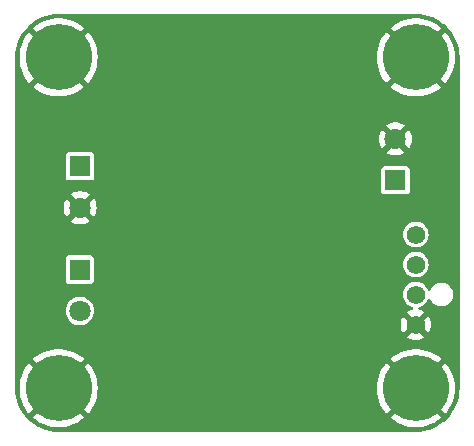
<source format=gbr>
%TF.GenerationSoftware,KiCad,Pcbnew,8.0.3*%
%TF.CreationDate,2024-09-01T12:25:55-04:00*%
%TF.ProjectId,Cradle_Rocker_Board_RV01,43726164-6c65-45f5-926f-636b65725f42,rev?*%
%TF.SameCoordinates,Original*%
%TF.FileFunction,Copper,L2,Bot*%
%TF.FilePolarity,Positive*%
%FSLAX46Y46*%
G04 Gerber Fmt 4.6, Leading zero omitted, Abs format (unit mm)*
G04 Created by KiCad (PCBNEW 8.0.3) date 2024-09-01 12:25:55*
%MOMM*%
%LPD*%
G01*
G04 APERTURE LIST*
%TA.AperFunction,ComponentPad*%
%ADD10C,5.600000*%
%TD*%
%TA.AperFunction,ComponentPad*%
%ADD11C,1.574800*%
%TD*%
%TA.AperFunction,ComponentPad*%
%ADD12R,1.800000X1.800000*%
%TD*%
%TA.AperFunction,ComponentPad*%
%ADD13C,1.800000*%
%TD*%
%TA.AperFunction,ViaPad*%
%ADD14C,0.600000*%
%TD*%
G04 APERTURE END LIST*
D10*
%TO.P,H1,1,1*%
%TO.N,GND*%
X196000000Y-66000000D03*
%TD*%
D11*
%TO.P,J3,1,Pin_1*%
%TO.N,unconnected-(J3-Pin_1-Pad1)*%
X226247150Y-81000000D03*
%TO.P,J3,2,Pin_2*%
%TO.N,unconnected-(J3-Pin_2-Pad2)*%
X226247150Y-83540000D03*
%TO.P,J3,3,Pin_3*%
%TO.N,/GPIO*%
X226247150Y-86080000D03*
%TO.P,J3,4,Pin_4*%
%TO.N,GND*%
X226247150Y-88620000D03*
%TD*%
D12*
%TO.P,J2,1,Pin_1*%
%TO.N,/coil+*%
X197800000Y-83960117D03*
D13*
%TO.P,J2,2,Pin_2*%
%TO.N,/coil-*%
X197800000Y-87460117D03*
%TD*%
D12*
%TO.P,J1,1,Pin_1*%
%TO.N,VBUS*%
X197825000Y-75215000D03*
D13*
%TO.P,J1,2,Pin_2*%
%TO.N,GND*%
X197825000Y-78715000D03*
%TD*%
D10*
%TO.P,H3,1,1*%
%TO.N,GND*%
X196000000Y-94000000D03*
%TD*%
D12*
%TO.P,J4,1,Pin_1*%
%TO.N,VUSB*%
X224522150Y-76402600D03*
D13*
%TO.P,J4,2,Pin_2*%
%TO.N,GND*%
X224522150Y-72902600D03*
%TD*%
D10*
%TO.P,H2,1,1*%
%TO.N,GND*%
X226247150Y-66000000D03*
%TD*%
%TO.P,H4,1,1*%
%TO.N,GND*%
X226247150Y-94000000D03*
%TD*%
D14*
%TO.N,GND*%
X211530000Y-88580000D03*
X217700000Y-82700000D03*
X212030000Y-86480000D03*
X211530000Y-87170000D03*
X218250000Y-75700000D03*
X212030000Y-89280000D03*
X212030000Y-87880000D03*
%TD*%
%TA.AperFunction,Conductor*%
%TO.N,GND*%
G36*
X226253032Y-62300648D02*
G01*
X226606532Y-62318015D01*
X226618640Y-62319208D01*
X226727576Y-62335367D01*
X226965717Y-62370692D01*
X226977635Y-62373062D01*
X227318008Y-62458321D01*
X227329646Y-62461852D01*
X227659996Y-62580054D01*
X227671237Y-62584710D01*
X227896857Y-62691419D01*
X227988433Y-62734731D01*
X227999150Y-62740459D01*
X228300102Y-62920843D01*
X228310220Y-62927603D01*
X228592049Y-63136622D01*
X228601455Y-63144342D01*
X228861436Y-63379974D01*
X228870025Y-63388563D01*
X228953959Y-63481170D01*
X229105657Y-63648544D01*
X229113377Y-63657950D01*
X229322396Y-63939779D01*
X229329156Y-63949897D01*
X229509533Y-64250837D01*
X229515270Y-64261570D01*
X229665289Y-64578762D01*
X229669945Y-64590003D01*
X229788147Y-64920353D01*
X229791680Y-64931998D01*
X229876934Y-65272351D01*
X229879308Y-65284287D01*
X229930791Y-65631359D01*
X229931984Y-65643468D01*
X229949351Y-65996966D01*
X229949500Y-66003051D01*
X229949500Y-93996948D01*
X229949351Y-94003033D01*
X229931984Y-94356531D01*
X229930791Y-94368640D01*
X229879308Y-94715712D01*
X229876934Y-94727648D01*
X229791680Y-95068001D01*
X229788147Y-95079646D01*
X229669945Y-95409996D01*
X229665289Y-95421237D01*
X229515270Y-95738429D01*
X229509533Y-95749162D01*
X229329156Y-96050102D01*
X229322396Y-96060220D01*
X229113377Y-96342049D01*
X229105657Y-96351455D01*
X228870033Y-96611428D01*
X228861428Y-96620033D01*
X228601455Y-96855657D01*
X228592049Y-96863377D01*
X228310220Y-97072396D01*
X228300102Y-97079156D01*
X227999162Y-97259533D01*
X227988429Y-97265270D01*
X227671237Y-97415289D01*
X227659996Y-97419945D01*
X227329646Y-97538147D01*
X227318001Y-97541680D01*
X226977648Y-97626934D01*
X226965712Y-97629308D01*
X226618640Y-97680791D01*
X226606531Y-97681984D01*
X226273016Y-97698369D01*
X226253031Y-97699351D01*
X226246949Y-97699500D01*
X196003051Y-97699500D01*
X195996968Y-97699351D01*
X195975811Y-97698311D01*
X195643468Y-97681984D01*
X195631359Y-97680791D01*
X195284287Y-97629308D01*
X195272351Y-97626934D01*
X194931998Y-97541680D01*
X194920353Y-97538147D01*
X194590003Y-97419945D01*
X194578762Y-97415289D01*
X194261570Y-97265270D01*
X194250842Y-97259535D01*
X193949897Y-97079156D01*
X193939779Y-97072396D01*
X193657950Y-96863377D01*
X193648544Y-96855657D01*
X193515847Y-96735388D01*
X193388563Y-96620025D01*
X193379974Y-96611436D01*
X193144342Y-96351455D01*
X193136622Y-96342049D01*
X192927603Y-96060220D01*
X192920843Y-96050102D01*
X192890812Y-95999998D01*
X192740459Y-95749150D01*
X192734729Y-95738429D01*
X192584710Y-95421237D01*
X192580054Y-95409996D01*
X192461852Y-95079646D01*
X192458319Y-95068001D01*
X192373062Y-94727635D01*
X192370691Y-94715712D01*
X192369911Y-94710457D01*
X192319208Y-94368640D01*
X192318015Y-94356530D01*
X192300649Y-94003032D01*
X192300575Y-93999997D01*
X192695153Y-93999997D01*
X192695153Y-94000002D01*
X192714526Y-94357314D01*
X192714527Y-94357331D01*
X192772415Y-94710431D01*
X192772421Y-94710457D01*
X192868147Y-95055232D01*
X192868149Y-95055239D01*
X193000597Y-95387659D01*
X193000606Y-95387677D01*
X193168218Y-95703827D01*
X193369024Y-95999994D01*
X193369035Y-96000008D01*
X193496441Y-96150002D01*
X193496442Y-96150002D01*
X194705747Y-94940697D01*
X194779588Y-95042330D01*
X194957670Y-95220412D01*
X195059300Y-95294251D01*
X193847257Y-96506294D01*
X193860495Y-96518836D01*
X194145367Y-96735388D01*
X194145370Y-96735390D01*
X194451990Y-96919876D01*
X194776739Y-97070122D01*
X194776744Y-97070123D01*
X195115855Y-97184383D01*
X195465339Y-97261311D01*
X195821075Y-97299999D01*
X195821085Y-97300000D01*
X196178915Y-97300000D01*
X196178924Y-97299999D01*
X196534660Y-97261311D01*
X196884144Y-97184383D01*
X197223255Y-97070123D01*
X197223260Y-97070122D01*
X197548009Y-96919876D01*
X197854629Y-96735390D01*
X197854632Y-96735388D01*
X198139509Y-96518831D01*
X198152742Y-96506295D01*
X198152742Y-96506294D01*
X196940699Y-95294251D01*
X197042330Y-95220412D01*
X197220412Y-95042330D01*
X197294251Y-94940698D01*
X198503556Y-96150002D01*
X198630972Y-95999998D01*
X198630975Y-95999994D01*
X198831781Y-95703827D01*
X198999393Y-95387677D01*
X198999402Y-95387659D01*
X199131850Y-95055239D01*
X199131852Y-95055232D01*
X199227578Y-94710457D01*
X199227584Y-94710431D01*
X199285472Y-94357331D01*
X199285473Y-94357314D01*
X199304847Y-94000002D01*
X199304847Y-93999997D01*
X222942303Y-93999997D01*
X222942303Y-94000002D01*
X222961676Y-94357314D01*
X222961677Y-94357331D01*
X223019565Y-94710431D01*
X223019571Y-94710457D01*
X223115297Y-95055232D01*
X223115299Y-95055239D01*
X223247747Y-95387659D01*
X223247756Y-95387677D01*
X223415368Y-95703827D01*
X223616174Y-95999994D01*
X223616185Y-96000008D01*
X223743591Y-96150002D01*
X223743592Y-96150002D01*
X224952897Y-94940697D01*
X225026738Y-95042330D01*
X225204820Y-95220412D01*
X225306450Y-95294251D01*
X224094407Y-96506294D01*
X224107645Y-96518836D01*
X224392517Y-96735388D01*
X224392520Y-96735390D01*
X224699140Y-96919876D01*
X225023889Y-97070122D01*
X225023894Y-97070123D01*
X225363005Y-97184383D01*
X225712489Y-97261311D01*
X226068225Y-97299999D01*
X226068235Y-97300000D01*
X226426065Y-97300000D01*
X226426074Y-97299999D01*
X226781810Y-97261311D01*
X227131294Y-97184383D01*
X227470405Y-97070123D01*
X227470410Y-97070122D01*
X227795159Y-96919876D01*
X228101779Y-96735390D01*
X228101782Y-96735388D01*
X228386659Y-96518831D01*
X228399892Y-96506295D01*
X228399892Y-96506294D01*
X227187849Y-95294251D01*
X227289480Y-95220412D01*
X227467562Y-95042330D01*
X227541401Y-94940698D01*
X228750706Y-96150002D01*
X228878122Y-95999998D01*
X228878125Y-95999994D01*
X229078931Y-95703827D01*
X229246543Y-95387677D01*
X229246552Y-95387659D01*
X229379000Y-95055239D01*
X229379002Y-95055232D01*
X229474728Y-94710457D01*
X229474734Y-94710431D01*
X229532622Y-94357331D01*
X229532623Y-94357314D01*
X229551997Y-94000002D01*
X229551997Y-93999997D01*
X229532623Y-93642685D01*
X229532622Y-93642668D01*
X229474734Y-93289568D01*
X229474728Y-93289542D01*
X229379002Y-92944767D01*
X229379000Y-92944760D01*
X229246552Y-92612340D01*
X229246543Y-92612322D01*
X229078931Y-92296172D01*
X228878125Y-92000005D01*
X228878114Y-91999991D01*
X228750706Y-91849996D01*
X227541401Y-93059301D01*
X227467562Y-92957670D01*
X227289480Y-92779588D01*
X227187848Y-92705748D01*
X228399892Y-91493704D01*
X228386654Y-91481163D01*
X228101782Y-91264611D01*
X228101779Y-91264609D01*
X227795159Y-91080123D01*
X227470410Y-90929877D01*
X227470405Y-90929876D01*
X227131294Y-90815616D01*
X226781810Y-90738688D01*
X226426074Y-90700000D01*
X226068225Y-90700000D01*
X225712489Y-90738688D01*
X225363005Y-90815616D01*
X225023894Y-90929876D01*
X225023889Y-90929877D01*
X224699140Y-91080123D01*
X224392520Y-91264609D01*
X224392517Y-91264611D01*
X224107636Y-91481170D01*
X224107635Y-91481171D01*
X224094407Y-91493702D01*
X224094406Y-91493703D01*
X225306451Y-92705748D01*
X225204820Y-92779588D01*
X225026738Y-92957670D01*
X224952898Y-93059301D01*
X223743592Y-91849995D01*
X223743591Y-91849996D01*
X223616183Y-91999992D01*
X223415368Y-92296172D01*
X223247756Y-92612322D01*
X223247747Y-92612340D01*
X223115299Y-92944760D01*
X223115297Y-92944767D01*
X223019571Y-93289542D01*
X223019565Y-93289568D01*
X222961677Y-93642668D01*
X222961676Y-93642685D01*
X222942303Y-93999997D01*
X199304847Y-93999997D01*
X199285473Y-93642685D01*
X199285472Y-93642668D01*
X199227584Y-93289568D01*
X199227578Y-93289542D01*
X199131852Y-92944767D01*
X199131850Y-92944760D01*
X198999402Y-92612340D01*
X198999393Y-92612322D01*
X198831781Y-92296172D01*
X198630975Y-92000005D01*
X198630964Y-91999991D01*
X198503556Y-91849996D01*
X197294251Y-93059301D01*
X197220412Y-92957670D01*
X197042330Y-92779588D01*
X196940698Y-92705748D01*
X198152742Y-91493704D01*
X198139504Y-91481163D01*
X197854632Y-91264611D01*
X197854629Y-91264609D01*
X197548009Y-91080123D01*
X197223260Y-90929877D01*
X197223255Y-90929876D01*
X196884144Y-90815616D01*
X196534660Y-90738688D01*
X196178924Y-90700000D01*
X195821075Y-90700000D01*
X195465339Y-90738688D01*
X195115855Y-90815616D01*
X194776744Y-90929876D01*
X194776739Y-90929877D01*
X194451990Y-91080123D01*
X194145370Y-91264609D01*
X194145367Y-91264611D01*
X193860486Y-91481170D01*
X193860485Y-91481171D01*
X193847257Y-91493702D01*
X193847256Y-91493703D01*
X195059301Y-92705748D01*
X194957670Y-92779588D01*
X194779588Y-92957670D01*
X194705748Y-93059301D01*
X193496442Y-91849995D01*
X193496441Y-91849996D01*
X193369033Y-91999992D01*
X193168218Y-92296172D01*
X193000606Y-92612322D01*
X193000597Y-92612340D01*
X192868149Y-92944760D01*
X192868147Y-92944767D01*
X192772421Y-93289542D01*
X192772415Y-93289568D01*
X192714527Y-93642668D01*
X192714526Y-93642685D01*
X192695153Y-93999997D01*
X192300575Y-93999997D01*
X192300500Y-93996948D01*
X192300500Y-87460116D01*
X196594357Y-87460116D01*
X196594357Y-87460117D01*
X196614884Y-87681652D01*
X196614885Y-87681654D01*
X196675769Y-87895640D01*
X196675775Y-87895655D01*
X196774938Y-88094800D01*
X196774943Y-88094808D01*
X196909020Y-88272355D01*
X197073437Y-88422240D01*
X197073439Y-88422242D01*
X197262595Y-88539362D01*
X197262596Y-88539362D01*
X197262599Y-88539364D01*
X197470060Y-88619735D01*
X197688757Y-88660617D01*
X197688759Y-88660617D01*
X197911241Y-88660617D01*
X197911243Y-88660617D01*
X198128533Y-88619998D01*
X224954832Y-88619998D01*
X224954832Y-88620001D01*
X224974464Y-88844403D01*
X224974466Y-88844414D01*
X225032765Y-89061991D01*
X225032768Y-89062000D01*
X225127969Y-89266157D01*
X225127970Y-89266159D01*
X225177170Y-89336424D01*
X225177170Y-89336425D01*
X225736915Y-88776680D01*
X225750100Y-88825885D01*
X225820324Y-88947515D01*
X225919635Y-89046826D01*
X226041265Y-89117050D01*
X226090468Y-89130233D01*
X225530723Y-89689978D01*
X225600990Y-89739179D01*
X225600992Y-89739180D01*
X225805149Y-89834381D01*
X225805158Y-89834384D01*
X226022735Y-89892683D01*
X226022746Y-89892685D01*
X226247148Y-89912318D01*
X226247152Y-89912318D01*
X226471553Y-89892685D01*
X226471564Y-89892683D01*
X226689141Y-89834384D01*
X226689150Y-89834380D01*
X226893306Y-89739181D01*
X226963575Y-89689978D01*
X226403831Y-89130233D01*
X226453035Y-89117050D01*
X226574665Y-89046826D01*
X226673976Y-88947515D01*
X226744200Y-88825885D01*
X226757383Y-88776680D01*
X227317128Y-89336425D01*
X227366331Y-89266156D01*
X227461530Y-89062000D01*
X227461534Y-89061991D01*
X227519833Y-88844414D01*
X227519835Y-88844403D01*
X227539468Y-88620001D01*
X227539468Y-88619998D01*
X227519835Y-88395596D01*
X227519833Y-88395585D01*
X227461534Y-88178008D01*
X227461531Y-88177999D01*
X227366330Y-87973842D01*
X227366329Y-87973840D01*
X227317128Y-87903574D01*
X227317128Y-87903573D01*
X226757383Y-88463318D01*
X226744200Y-88414115D01*
X226673976Y-88292485D01*
X226574665Y-88193174D01*
X226453035Y-88122950D01*
X226403830Y-88109765D01*
X226963575Y-87550021D01*
X226963574Y-87550020D01*
X226893309Y-87500820D01*
X226893307Y-87500819D01*
X226689150Y-87405618D01*
X226689141Y-87405615D01*
X226551788Y-87368812D01*
X226492127Y-87332447D01*
X226461598Y-87269600D01*
X226469893Y-87200224D01*
X226514378Y-87146347D01*
X226541164Y-87133870D01*
X226540798Y-87132924D01*
X226546144Y-87130853D01*
X226734146Y-87058021D01*
X226905565Y-86951882D01*
X227054562Y-86816054D01*
X227176064Y-86655159D01*
X227265933Y-86474679D01*
X227265933Y-86474678D01*
X227266988Y-86472560D01*
X227314491Y-86421323D01*
X227382154Y-86403902D01*
X227448494Y-86425828D01*
X227492449Y-86480139D01*
X227492549Y-86480378D01*
X227522558Y-86552825D01*
X227522561Y-86552831D01*
X227631797Y-86716315D01*
X227770835Y-86855353D01*
X227934319Y-86964589D01*
X227934323Y-86964591D01*
X227934326Y-86964593D01*
X228115987Y-87039840D01*
X228308832Y-87078199D01*
X228308836Y-87078200D01*
X228308837Y-87078200D01*
X228505466Y-87078200D01*
X228505467Y-87078199D01*
X228698315Y-87039840D01*
X228879976Y-86964593D01*
X229043466Y-86855353D01*
X229182504Y-86716315D01*
X229291744Y-86552825D01*
X229366991Y-86371164D01*
X229405351Y-86178314D01*
X229405351Y-85981686D01*
X229366991Y-85788836D01*
X229291744Y-85607175D01*
X229291742Y-85607172D01*
X229291740Y-85607168D01*
X229182504Y-85443684D01*
X229043466Y-85304646D01*
X228879982Y-85195410D01*
X228879972Y-85195405D01*
X228698315Y-85120160D01*
X228698307Y-85120158D01*
X228505469Y-85081800D01*
X228505465Y-85081800D01*
X228308837Y-85081800D01*
X228308832Y-85081800D01*
X228115994Y-85120158D01*
X228115986Y-85120160D01*
X227934329Y-85195405D01*
X227934319Y-85195410D01*
X227770835Y-85304646D01*
X227631797Y-85443684D01*
X227522561Y-85607168D01*
X227522553Y-85607183D01*
X227492548Y-85679621D01*
X227448707Y-85734024D01*
X227382412Y-85756088D01*
X227314713Y-85738808D01*
X227267103Y-85687670D01*
X227266988Y-85687439D01*
X227176067Y-85504846D01*
X227176062Y-85504838D01*
X227054560Y-85343944D01*
X226905566Y-85208119D01*
X226905565Y-85208118D01*
X226734146Y-85101979D01*
X226734145Y-85101978D01*
X226555785Y-85032882D01*
X226546144Y-85029147D01*
X226347959Y-84992100D01*
X226146341Y-84992100D01*
X225948156Y-85029147D01*
X225948153Y-85029147D01*
X225948153Y-85029148D01*
X225760154Y-85101978D01*
X225760153Y-85101979D01*
X225588733Y-85208119D01*
X225439739Y-85343944D01*
X225318237Y-85504838D01*
X225318232Y-85504846D01*
X225228368Y-85685317D01*
X225173191Y-85879246D01*
X225154589Y-86079999D01*
X225154589Y-86080000D01*
X225173191Y-86280753D01*
X225173191Y-86280755D01*
X225173192Y-86280758D01*
X225213186Y-86421323D01*
X225228368Y-86474682D01*
X225318232Y-86655153D01*
X225318237Y-86655161D01*
X225439739Y-86816055D01*
X225450021Y-86825428D01*
X225588735Y-86951882D01*
X225760154Y-87058021D01*
X225953502Y-87132924D01*
X225952684Y-87135035D01*
X226003422Y-87167023D01*
X226032998Y-87230324D01*
X226023656Y-87299566D01*
X225978361Y-87352766D01*
X225942512Y-87368812D01*
X225805155Y-87405616D01*
X225805149Y-87405618D01*
X225600988Y-87500821D01*
X225530723Y-87550019D01*
X226090469Y-88109765D01*
X226041265Y-88122950D01*
X225919635Y-88193174D01*
X225820324Y-88292485D01*
X225750100Y-88414115D01*
X225736915Y-88463319D01*
X225177169Y-87903573D01*
X225127971Y-87973838D01*
X225032768Y-88177999D01*
X225032765Y-88178008D01*
X224974466Y-88395585D01*
X224974464Y-88395596D01*
X224954832Y-88619998D01*
X198128533Y-88619998D01*
X198129940Y-88619735D01*
X198337401Y-88539364D01*
X198526562Y-88422241D01*
X198690981Y-88272353D01*
X198825058Y-88094806D01*
X198924229Y-87895645D01*
X198985115Y-87681653D01*
X199005643Y-87460117D01*
X198997182Y-87368812D01*
X198985115Y-87238581D01*
X198985114Y-87238579D01*
X198982765Y-87230324D01*
X198924229Y-87024589D01*
X198894355Y-86964594D01*
X198825061Y-86825433D01*
X198825056Y-86825425D01*
X198690979Y-86647878D01*
X198526562Y-86497993D01*
X198526560Y-86497991D01*
X198337404Y-86380871D01*
X198337398Y-86380869D01*
X198129940Y-86300499D01*
X197911243Y-86259617D01*
X197688757Y-86259617D01*
X197470060Y-86300499D01*
X197338864Y-86351324D01*
X197262601Y-86380869D01*
X197262595Y-86380871D01*
X197073439Y-86497991D01*
X197073437Y-86497993D01*
X196909020Y-86647878D01*
X196774943Y-86825425D01*
X196774938Y-86825433D01*
X196675775Y-87024578D01*
X196675769Y-87024593D01*
X196614885Y-87238579D01*
X196614884Y-87238581D01*
X196594357Y-87460116D01*
X192300500Y-87460116D01*
X192300500Y-83015248D01*
X196599500Y-83015248D01*
X196599500Y-84904973D01*
X196599502Y-84904999D01*
X196602413Y-84930104D01*
X196602415Y-84930108D01*
X196647793Y-85032881D01*
X196647794Y-85032882D01*
X196727235Y-85112323D01*
X196830009Y-85157702D01*
X196855135Y-85160617D01*
X198744864Y-85160616D01*
X198744879Y-85160614D01*
X198744882Y-85160614D01*
X198769987Y-85157703D01*
X198769988Y-85157702D01*
X198769991Y-85157702D01*
X198872765Y-85112323D01*
X198952206Y-85032882D01*
X198997585Y-84930108D01*
X199000500Y-84904982D01*
X199000499Y-83539999D01*
X225154589Y-83539999D01*
X225154589Y-83540000D01*
X225173191Y-83740753D01*
X225228368Y-83934682D01*
X225318232Y-84115153D01*
X225318237Y-84115161D01*
X225400346Y-84223890D01*
X225439738Y-84276054D01*
X225588735Y-84411882D01*
X225760154Y-84518021D01*
X225948156Y-84590853D01*
X226146341Y-84627900D01*
X226146343Y-84627900D01*
X226347957Y-84627900D01*
X226347959Y-84627900D01*
X226546144Y-84590853D01*
X226734146Y-84518021D01*
X226905565Y-84411882D01*
X227054562Y-84276054D01*
X227176064Y-84115159D01*
X227265933Y-83934679D01*
X227321108Y-83740758D01*
X227339711Y-83540000D01*
X227321108Y-83339242D01*
X227265933Y-83145321D01*
X227201170Y-83015260D01*
X227176067Y-82964846D01*
X227176062Y-82964838D01*
X227054560Y-82803944D01*
X226905566Y-82668119D01*
X226905565Y-82668118D01*
X226734146Y-82561979D01*
X226734145Y-82561978D01*
X226596679Y-82508724D01*
X226546144Y-82489147D01*
X226347959Y-82452100D01*
X226146341Y-82452100D01*
X225948156Y-82489147D01*
X225948153Y-82489147D01*
X225948153Y-82489148D01*
X225760154Y-82561978D01*
X225760153Y-82561979D01*
X225588733Y-82668119D01*
X225439739Y-82803944D01*
X225318237Y-82964838D01*
X225318232Y-82964846D01*
X225228368Y-83145317D01*
X225173191Y-83339246D01*
X225154589Y-83539999D01*
X199000499Y-83539999D01*
X199000499Y-83015253D01*
X199000497Y-83015234D01*
X198997586Y-82990129D01*
X198997585Y-82990127D01*
X198997585Y-82990126D01*
X198952206Y-82887352D01*
X198872765Y-82807911D01*
X198863781Y-82803944D01*
X198769992Y-82762532D01*
X198744865Y-82759617D01*
X196855143Y-82759617D01*
X196855117Y-82759619D01*
X196830012Y-82762530D01*
X196830008Y-82762532D01*
X196727235Y-82807910D01*
X196647794Y-82887351D01*
X196602415Y-82990123D01*
X196602415Y-82990125D01*
X196599500Y-83015248D01*
X192300500Y-83015248D01*
X192300500Y-80999999D01*
X225154589Y-80999999D01*
X225154589Y-81000000D01*
X225173191Y-81200753D01*
X225228368Y-81394682D01*
X225318232Y-81575153D01*
X225318237Y-81575161D01*
X225400346Y-81683890D01*
X225439738Y-81736054D01*
X225588735Y-81871882D01*
X225760154Y-81978021D01*
X225948156Y-82050853D01*
X226146341Y-82087900D01*
X226146343Y-82087900D01*
X226347957Y-82087900D01*
X226347959Y-82087900D01*
X226546144Y-82050853D01*
X226734146Y-81978021D01*
X226905565Y-81871882D01*
X227054562Y-81736054D01*
X227176064Y-81575159D01*
X227265933Y-81394679D01*
X227321108Y-81200758D01*
X227339711Y-81000000D01*
X227321108Y-80799242D01*
X227265933Y-80605321D01*
X227264505Y-80602455D01*
X227176067Y-80424846D01*
X227176062Y-80424838D01*
X227054560Y-80263944D01*
X226905566Y-80128119D01*
X226905565Y-80128118D01*
X226734146Y-80021979D01*
X226734145Y-80021978D01*
X226596679Y-79968724D01*
X226546144Y-79949147D01*
X226347959Y-79912100D01*
X226146341Y-79912100D01*
X225948156Y-79949147D01*
X225948153Y-79949147D01*
X225948153Y-79949148D01*
X225760154Y-80021978D01*
X225760153Y-80021979D01*
X225588733Y-80128119D01*
X225439739Y-80263944D01*
X225318237Y-80424838D01*
X225318232Y-80424846D01*
X225228368Y-80605317D01*
X225173191Y-80799246D01*
X225154589Y-80999999D01*
X192300500Y-80999999D01*
X192300500Y-78714994D01*
X196420202Y-78714994D01*
X196420202Y-78715005D01*
X196439361Y-78946218D01*
X196496317Y-79171135D01*
X196589515Y-79383606D01*
X196673812Y-79512633D01*
X197260387Y-78926058D01*
X197265889Y-78946591D01*
X197344881Y-79083408D01*
X197456592Y-79195119D01*
X197593409Y-79274111D01*
X197613940Y-79279612D01*
X197026201Y-79867351D01*
X197056649Y-79891050D01*
X197260697Y-80001476D01*
X197260706Y-80001479D01*
X197480139Y-80076811D01*
X197708993Y-80115000D01*
X197941007Y-80115000D01*
X198169860Y-80076811D01*
X198389293Y-80001479D01*
X198389301Y-80001476D01*
X198593355Y-79891047D01*
X198623797Y-79867351D01*
X198623798Y-79867350D01*
X198036060Y-79279612D01*
X198056591Y-79274111D01*
X198193408Y-79195119D01*
X198305119Y-79083408D01*
X198384111Y-78946591D01*
X198389612Y-78926059D01*
X198976186Y-79512633D01*
X199060482Y-79383611D01*
X199153682Y-79171135D01*
X199210638Y-78946218D01*
X199229798Y-78715005D01*
X199229798Y-78714994D01*
X199210638Y-78483781D01*
X199153682Y-78258864D01*
X199060484Y-78046393D01*
X198976186Y-77917365D01*
X198389612Y-78503939D01*
X198384111Y-78483409D01*
X198305119Y-78346592D01*
X198193408Y-78234881D01*
X198056591Y-78155889D01*
X198036058Y-78150387D01*
X198623797Y-77562647D01*
X198623797Y-77562645D01*
X198593360Y-77538955D01*
X198593354Y-77538951D01*
X198389302Y-77428523D01*
X198389293Y-77428520D01*
X198169860Y-77353188D01*
X197941007Y-77315000D01*
X197708993Y-77315000D01*
X197480139Y-77353188D01*
X197260706Y-77428520D01*
X197260697Y-77428523D01*
X197056650Y-77538949D01*
X197026200Y-77562647D01*
X197613941Y-78150387D01*
X197593409Y-78155889D01*
X197456592Y-78234881D01*
X197344881Y-78346592D01*
X197265889Y-78483409D01*
X197260387Y-78503941D01*
X196673811Y-77917365D01*
X196589516Y-78046390D01*
X196496317Y-78258864D01*
X196439361Y-78483781D01*
X196420202Y-78714994D01*
X192300500Y-78714994D01*
X192300500Y-74270131D01*
X196624500Y-74270131D01*
X196624500Y-76159856D01*
X196624502Y-76159882D01*
X196627413Y-76184987D01*
X196627415Y-76184991D01*
X196672793Y-76287764D01*
X196672794Y-76287765D01*
X196752235Y-76367206D01*
X196855009Y-76412585D01*
X196880135Y-76415500D01*
X198769864Y-76415499D01*
X198769879Y-76415497D01*
X198769882Y-76415497D01*
X198794987Y-76412586D01*
X198794988Y-76412585D01*
X198794991Y-76412585D01*
X198897765Y-76367206D01*
X198977206Y-76287765D01*
X199022585Y-76184991D01*
X199025500Y-76159865D01*
X199025500Y-75457731D01*
X223321650Y-75457731D01*
X223321650Y-77347456D01*
X223321652Y-77347482D01*
X223324563Y-77372587D01*
X223324565Y-77372591D01*
X223369943Y-77475364D01*
X223369944Y-77475365D01*
X223449385Y-77554806D01*
X223552159Y-77600185D01*
X223577285Y-77603100D01*
X225467014Y-77603099D01*
X225467029Y-77603097D01*
X225467032Y-77603097D01*
X225492137Y-77600186D01*
X225492138Y-77600185D01*
X225492141Y-77600185D01*
X225594915Y-77554806D01*
X225674356Y-77475365D01*
X225719735Y-77372591D01*
X225722650Y-77347465D01*
X225722649Y-75457736D01*
X225722647Y-75457717D01*
X225719736Y-75432612D01*
X225719735Y-75432610D01*
X225719735Y-75432609D01*
X225674356Y-75329835D01*
X225594915Y-75250394D01*
X225594913Y-75250393D01*
X225492142Y-75205015D01*
X225467015Y-75202100D01*
X223577293Y-75202100D01*
X223577267Y-75202102D01*
X223552162Y-75205013D01*
X223552158Y-75205015D01*
X223449385Y-75250393D01*
X223369944Y-75329834D01*
X223324565Y-75432606D01*
X223324565Y-75432608D01*
X223321650Y-75457731D01*
X199025500Y-75457731D01*
X199025499Y-74270136D01*
X199024835Y-74264411D01*
X199022586Y-74245012D01*
X199022585Y-74245010D01*
X199022585Y-74245009D01*
X198977206Y-74142235D01*
X198897765Y-74062794D01*
X198880000Y-74054950D01*
X198794992Y-74017415D01*
X198769865Y-74014500D01*
X196880143Y-74014500D01*
X196880117Y-74014502D01*
X196855012Y-74017413D01*
X196855008Y-74017415D01*
X196752235Y-74062793D01*
X196672794Y-74142234D01*
X196627415Y-74245006D01*
X196627415Y-74245008D01*
X196624500Y-74270131D01*
X192300500Y-74270131D01*
X192300500Y-72902594D01*
X223117352Y-72902594D01*
X223117352Y-72902605D01*
X223136511Y-73133818D01*
X223193467Y-73358735D01*
X223286665Y-73571206D01*
X223370962Y-73700233D01*
X223957537Y-73113658D01*
X223963039Y-73134191D01*
X224042031Y-73271008D01*
X224153742Y-73382719D01*
X224290559Y-73461711D01*
X224311090Y-73467212D01*
X223723351Y-74054951D01*
X223753799Y-74078650D01*
X223957847Y-74189076D01*
X223957856Y-74189079D01*
X224177289Y-74264411D01*
X224406143Y-74302600D01*
X224638157Y-74302600D01*
X224867010Y-74264411D01*
X225086443Y-74189079D01*
X225086451Y-74189076D01*
X225290505Y-74078647D01*
X225320947Y-74054951D01*
X225320948Y-74054950D01*
X224733210Y-73467212D01*
X224753741Y-73461711D01*
X224890558Y-73382719D01*
X225002269Y-73271008D01*
X225081261Y-73134191D01*
X225086762Y-73113659D01*
X225673336Y-73700233D01*
X225757632Y-73571211D01*
X225850832Y-73358735D01*
X225907788Y-73133818D01*
X225926948Y-72902605D01*
X225926948Y-72902594D01*
X225907788Y-72671381D01*
X225850832Y-72446464D01*
X225757634Y-72233993D01*
X225673336Y-72104965D01*
X225086762Y-72691539D01*
X225081261Y-72671009D01*
X225002269Y-72534192D01*
X224890558Y-72422481D01*
X224753741Y-72343489D01*
X224733208Y-72337987D01*
X225320947Y-71750247D01*
X225320947Y-71750245D01*
X225290510Y-71726555D01*
X225290504Y-71726551D01*
X225086452Y-71616123D01*
X225086443Y-71616120D01*
X224867010Y-71540788D01*
X224638157Y-71502600D01*
X224406143Y-71502600D01*
X224177289Y-71540788D01*
X223957856Y-71616120D01*
X223957847Y-71616123D01*
X223753800Y-71726549D01*
X223723350Y-71750247D01*
X224311091Y-72337987D01*
X224290559Y-72343489D01*
X224153742Y-72422481D01*
X224042031Y-72534192D01*
X223963039Y-72671009D01*
X223957537Y-72691541D01*
X223370961Y-72104965D01*
X223286666Y-72233990D01*
X223193467Y-72446464D01*
X223136511Y-72671381D01*
X223117352Y-72902594D01*
X192300500Y-72902594D01*
X192300500Y-66003051D01*
X192300575Y-65999997D01*
X192695153Y-65999997D01*
X192695153Y-66000002D01*
X192714526Y-66357314D01*
X192714527Y-66357331D01*
X192772415Y-66710431D01*
X192772421Y-66710457D01*
X192868147Y-67055232D01*
X192868149Y-67055239D01*
X193000597Y-67387659D01*
X193000606Y-67387677D01*
X193168218Y-67703827D01*
X193369024Y-67999994D01*
X193369035Y-68000008D01*
X193496441Y-68150002D01*
X193496442Y-68150002D01*
X194705747Y-66940697D01*
X194779588Y-67042330D01*
X194957670Y-67220412D01*
X195059300Y-67294251D01*
X193847257Y-68506294D01*
X193860495Y-68518836D01*
X194145367Y-68735388D01*
X194145370Y-68735390D01*
X194451990Y-68919876D01*
X194776739Y-69070122D01*
X194776744Y-69070123D01*
X195115855Y-69184383D01*
X195465339Y-69261311D01*
X195821075Y-69299999D01*
X195821085Y-69300000D01*
X196178915Y-69300000D01*
X196178924Y-69299999D01*
X196534660Y-69261311D01*
X196884144Y-69184383D01*
X197223255Y-69070123D01*
X197223260Y-69070122D01*
X197548009Y-68919876D01*
X197854629Y-68735390D01*
X197854632Y-68735388D01*
X198139509Y-68518831D01*
X198152742Y-68506295D01*
X198152742Y-68506294D01*
X196940699Y-67294251D01*
X197042330Y-67220412D01*
X197220412Y-67042330D01*
X197294251Y-66940698D01*
X198503556Y-68150002D01*
X198630972Y-67999998D01*
X198630975Y-67999994D01*
X198831781Y-67703827D01*
X198999393Y-67387677D01*
X198999402Y-67387659D01*
X199131850Y-67055239D01*
X199131852Y-67055232D01*
X199227578Y-66710457D01*
X199227584Y-66710431D01*
X199285472Y-66357331D01*
X199285473Y-66357314D01*
X199304847Y-66000002D01*
X199304847Y-65999997D01*
X222942303Y-65999997D01*
X222942303Y-66000002D01*
X222961676Y-66357314D01*
X222961677Y-66357331D01*
X223019565Y-66710431D01*
X223019571Y-66710457D01*
X223115297Y-67055232D01*
X223115299Y-67055239D01*
X223247747Y-67387659D01*
X223247756Y-67387677D01*
X223415368Y-67703827D01*
X223616174Y-67999994D01*
X223616185Y-68000008D01*
X223743591Y-68150002D01*
X223743592Y-68150002D01*
X224952897Y-66940697D01*
X225026738Y-67042330D01*
X225204820Y-67220412D01*
X225306450Y-67294251D01*
X224094407Y-68506294D01*
X224107645Y-68518836D01*
X224392517Y-68735388D01*
X224392520Y-68735390D01*
X224699140Y-68919876D01*
X225023889Y-69070122D01*
X225023894Y-69070123D01*
X225363005Y-69184383D01*
X225712489Y-69261311D01*
X226068225Y-69299999D01*
X226068235Y-69300000D01*
X226426065Y-69300000D01*
X226426074Y-69299999D01*
X226781810Y-69261311D01*
X227131294Y-69184383D01*
X227470405Y-69070123D01*
X227470410Y-69070122D01*
X227795159Y-68919876D01*
X228101779Y-68735390D01*
X228101782Y-68735388D01*
X228386659Y-68518831D01*
X228399892Y-68506295D01*
X228399892Y-68506294D01*
X227187849Y-67294251D01*
X227289480Y-67220412D01*
X227467562Y-67042330D01*
X227541401Y-66940698D01*
X228750706Y-68150002D01*
X228878122Y-67999998D01*
X228878125Y-67999994D01*
X229078931Y-67703827D01*
X229246543Y-67387677D01*
X229246552Y-67387659D01*
X229379000Y-67055239D01*
X229379002Y-67055232D01*
X229474728Y-66710457D01*
X229474734Y-66710431D01*
X229532622Y-66357331D01*
X229532623Y-66357314D01*
X229551997Y-66000002D01*
X229551997Y-65999997D01*
X229532623Y-65642685D01*
X229532622Y-65642668D01*
X229474734Y-65289568D01*
X229474728Y-65289542D01*
X229379002Y-64944767D01*
X229379000Y-64944760D01*
X229246552Y-64612340D01*
X229246543Y-64612322D01*
X229078931Y-64296172D01*
X228878125Y-64000005D01*
X228878114Y-63999991D01*
X228750706Y-63849996D01*
X227541401Y-65059301D01*
X227467562Y-64957670D01*
X227289480Y-64779588D01*
X227187848Y-64705748D01*
X228399892Y-63493704D01*
X228386654Y-63481163D01*
X228101782Y-63264611D01*
X228101779Y-63264609D01*
X227795159Y-63080123D01*
X227470410Y-62929877D01*
X227470405Y-62929876D01*
X227131294Y-62815616D01*
X226781810Y-62738688D01*
X226426074Y-62700000D01*
X226068225Y-62700000D01*
X225712489Y-62738688D01*
X225363005Y-62815616D01*
X225023894Y-62929876D01*
X225023889Y-62929877D01*
X224699140Y-63080123D01*
X224392520Y-63264609D01*
X224392517Y-63264611D01*
X224107636Y-63481170D01*
X224107635Y-63481171D01*
X224094407Y-63493702D01*
X224094406Y-63493703D01*
X225306451Y-64705748D01*
X225204820Y-64779588D01*
X225026738Y-64957670D01*
X224952898Y-65059301D01*
X223743592Y-63849995D01*
X223743591Y-63849996D01*
X223616183Y-63999992D01*
X223415368Y-64296172D01*
X223247756Y-64612322D01*
X223247747Y-64612340D01*
X223115299Y-64944760D01*
X223115297Y-64944767D01*
X223019571Y-65289542D01*
X223019565Y-65289568D01*
X222961677Y-65642668D01*
X222961676Y-65642685D01*
X222942303Y-65999997D01*
X199304847Y-65999997D01*
X199285473Y-65642685D01*
X199285472Y-65642668D01*
X199227584Y-65289568D01*
X199227578Y-65289542D01*
X199131852Y-64944767D01*
X199131850Y-64944760D01*
X198999402Y-64612340D01*
X198999393Y-64612322D01*
X198831781Y-64296172D01*
X198630975Y-64000005D01*
X198630964Y-63999991D01*
X198503556Y-63849996D01*
X197294251Y-65059301D01*
X197220412Y-64957670D01*
X197042330Y-64779588D01*
X196940698Y-64705748D01*
X198152742Y-63493704D01*
X198139504Y-63481163D01*
X197854632Y-63264611D01*
X197854629Y-63264609D01*
X197548009Y-63080123D01*
X197223260Y-62929877D01*
X197223255Y-62929876D01*
X196884144Y-62815616D01*
X196534660Y-62738688D01*
X196178924Y-62700000D01*
X195821075Y-62700000D01*
X195465339Y-62738688D01*
X195115855Y-62815616D01*
X194776744Y-62929876D01*
X194776739Y-62929877D01*
X194451990Y-63080123D01*
X194145370Y-63264609D01*
X194145367Y-63264611D01*
X193860486Y-63481170D01*
X193860485Y-63481171D01*
X193847257Y-63493702D01*
X193847256Y-63493703D01*
X195059301Y-64705748D01*
X194957670Y-64779588D01*
X194779588Y-64957670D01*
X194705748Y-65059301D01*
X193496442Y-63849995D01*
X193496441Y-63849996D01*
X193369033Y-63999992D01*
X193168218Y-64296172D01*
X193000606Y-64612322D01*
X193000597Y-64612340D01*
X192868149Y-64944760D01*
X192868147Y-64944767D01*
X192772421Y-65289542D01*
X192772415Y-65289568D01*
X192714527Y-65642668D01*
X192714526Y-65642685D01*
X192695153Y-65999997D01*
X192300575Y-65999997D01*
X192300649Y-65996967D01*
X192306686Y-65874077D01*
X192318015Y-65643465D01*
X192319208Y-65631359D01*
X192369908Y-65289568D01*
X192370692Y-65284278D01*
X192373061Y-65272367D01*
X192458322Y-64931986D01*
X192461852Y-64920353D01*
X192580054Y-64590003D01*
X192584710Y-64578762D01*
X192650624Y-64439397D01*
X192734735Y-64261557D01*
X192740454Y-64250857D01*
X192920851Y-63949884D01*
X192927594Y-63939791D01*
X193136630Y-63657939D01*
X193144333Y-63648554D01*
X193379983Y-63388553D01*
X193388553Y-63379983D01*
X193648554Y-63144333D01*
X193657939Y-63136630D01*
X193939791Y-62927594D01*
X193949884Y-62920851D01*
X194250857Y-62740454D01*
X194261557Y-62734735D01*
X194578762Y-62584710D01*
X194589999Y-62580055D01*
X194920361Y-62461849D01*
X194931986Y-62458322D01*
X195272367Y-62373061D01*
X195284278Y-62370692D01*
X195631359Y-62319207D01*
X195643465Y-62318015D01*
X195996967Y-62300648D01*
X196003051Y-62300500D01*
X196047595Y-62300500D01*
X226202405Y-62300500D01*
X226246949Y-62300500D01*
X226253032Y-62300648D01*
G37*
%TD.AperFunction*%
%TD*%
M02*

</source>
